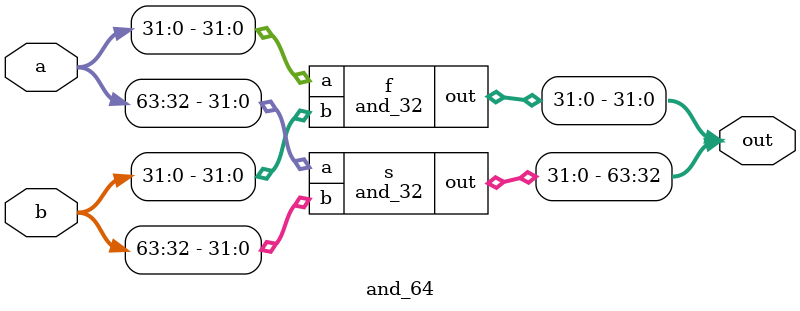
<source format=v>
module and_2(out, a, b);
input [1:0] a, b;
output [1:0] out;

and f(out[0], a[0], b[0]),
    s(out[1], a[1], b[1]);
endmodule

module and_4(out, a, b);
input [3:0] a, b;
output [3:0] out;

and_2 f(out[1:0], a[1:0], b[1:0]),
          s(out[3:2], a[3:2], b[3:2]);
endmodule

module and_8(out, a, b);
input [7:0] a, b;
output [7:0] out;

and_4 f(out[3:0], a[3:0], b[3:0]),
          s(out[7:4], a[7:4], b[7:4]);
endmodule

module and_16(out, a, b);
input [15:0] a, b;
output [15:0] out;

and_8 f(out[7:0], a[7:0], b[7:0]),
          s(out[15:8], a[15:8], b[15:8]);
endmodule

module and_32(out, a, b);
input [31:0] a, b;
output [31:0] out;

and_16 f(out[15:0], a[15:0], b[15:0]),
          s(out[31:16], a[31:16], b[31:16]);
endmodule

module and_64(out, a, b);
input [63:0] a, b;
output [63:0] out;

and_32 f(out[31:0], a[31:0], b[31:0]),
          s(out[63:32], a[63:32], b[63:32]);
endmodule
</source>
